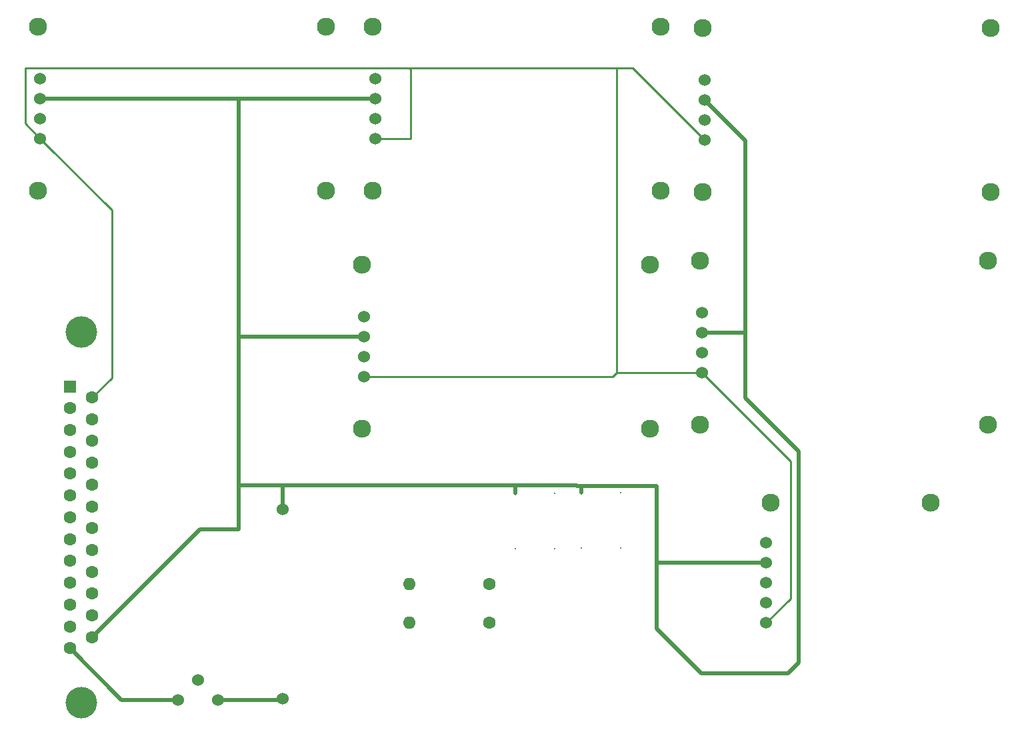
<source format=gbr>
G04 #@! TF.GenerationSoftware,KiCad,Pcbnew,(5.1.0)-1*
G04 #@! TF.CreationDate,2019-05-30T15:11:43+01:00*
G04 #@! TF.ProjectId,Eco-PCB-2,45636f2d-5043-4422-9d32-2e6b69636164,rev?*
G04 #@! TF.SameCoordinates,Original*
G04 #@! TF.FileFunction,Copper,L2,Bot*
G04 #@! TF.FilePolarity,Positive*
%FSLAX46Y46*%
G04 Gerber Fmt 4.6, Leading zero omitted, Abs format (unit mm)*
G04 Created by KiCad (PCBNEW (5.1.0)-1) date 2019-05-30 15:11:43*
%MOMM*%
%LPD*%
G04 APERTURE LIST*
%ADD10C,1.524000*%
%ADD11C,2.300000*%
%ADD12R,1.600000X1.600000*%
%ADD13C,1.600000*%
%ADD14C,4.000000*%
%ADD15C,0.300000*%
%ADD16O,1.600000X1.600000*%
%ADD17C,0.508000*%
%ADD18C,0.250000*%
G04 APERTURE END LIST*
D10*
X81296500Y-158367500D03*
X81296500Y-134367500D03*
X93061500Y-79692500D03*
X93061500Y-82232500D03*
X93061500Y-84772500D03*
X93061500Y-87312500D03*
D11*
X92773500Y-73088500D03*
X129349500Y-73088500D03*
X129349500Y-93916500D03*
X92773500Y-93916500D03*
X50228500Y-93853000D03*
X86804500Y-93853000D03*
X86804500Y-73025000D03*
X50228500Y-73025000D03*
D10*
X50516500Y-87249000D03*
X50516500Y-84709000D03*
X50516500Y-82169000D03*
X50516500Y-79629000D03*
D11*
X134620000Y-94043500D03*
X171196000Y-94043500D03*
X171196000Y-73215500D03*
X134620000Y-73215500D03*
D10*
X134908000Y-87439500D03*
X134908000Y-84899500D03*
X134908000Y-82359500D03*
X134908000Y-79819500D03*
X134590500Y-109410500D03*
X134590500Y-111950500D03*
X134590500Y-114490500D03*
X134590500Y-117030500D03*
D11*
X134302500Y-102806500D03*
X170878500Y-102806500D03*
X170878500Y-123634500D03*
X134302500Y-123634500D03*
D10*
X91664500Y-109855000D03*
X91664500Y-112395000D03*
X91664500Y-114935000D03*
X91664500Y-117475000D03*
D11*
X91376500Y-103251000D03*
X127952500Y-103251000D03*
X127952500Y-124079000D03*
X91376500Y-124079000D03*
D12*
X54292500Y-118745000D03*
D13*
X54292500Y-121515000D03*
X54292500Y-124285000D03*
X54292500Y-127055000D03*
X54292500Y-129825000D03*
X54292500Y-132595000D03*
X54292500Y-135365000D03*
X54292500Y-138135000D03*
X54292500Y-140905000D03*
X54292500Y-143675000D03*
X54292500Y-146445000D03*
X54292500Y-149215000D03*
X54292500Y-151985000D03*
X57132500Y-120130000D03*
X57132500Y-122900000D03*
X57132500Y-125670000D03*
X57132500Y-128440000D03*
X57132500Y-131210000D03*
X57132500Y-133980000D03*
X57132500Y-136750000D03*
X57132500Y-139520000D03*
X57132500Y-142290000D03*
X57132500Y-145060000D03*
X57132500Y-147830000D03*
X57132500Y-150600000D03*
D14*
X55712500Y-158915000D03*
X55712500Y-111815000D03*
D15*
X119269500Y-139270500D03*
X124269500Y-139270500D03*
X119269500Y-132270500D03*
X124269500Y-132270500D03*
X115887500Y-132334000D03*
X110887500Y-132334000D03*
X115887500Y-139334000D03*
X110887500Y-139334000D03*
D13*
X107569000Y-143827500D03*
D16*
X97409000Y-143827500D03*
X97409000Y-148780500D03*
D13*
X107569000Y-148780500D03*
D10*
X142733500Y-138620500D03*
X142733500Y-141160500D03*
X142733500Y-143700500D03*
X142733500Y-146240500D03*
D11*
X143319500Y-133540500D03*
X163639500Y-133540500D03*
D10*
X142733500Y-148780500D03*
X68008500Y-158559500D03*
X73088500Y-158559500D03*
X70548500Y-156019500D03*
D17*
X97282000Y-148907500D02*
X97409000Y-148780500D01*
X93188500Y-79819500D02*
X93061500Y-79692500D01*
X142733500Y-141160500D02*
X128778000Y-141160500D01*
X110887500Y-131365000D02*
X110887500Y-132334000D01*
X110934500Y-131318000D02*
X110887500Y-131365000D01*
X140081000Y-114490500D02*
X140081000Y-120229922D01*
X119269500Y-132270500D02*
X119269500Y-131588500D01*
X128778000Y-141160500D02*
X128778000Y-131381500D01*
X75755500Y-82232500D02*
X93061500Y-82232500D01*
X75755500Y-99314000D02*
X75755500Y-82232500D01*
X75692000Y-82169000D02*
X50516500Y-82169000D01*
X75755500Y-82232500D02*
X75692000Y-82169000D01*
X140081000Y-87532500D02*
X134908000Y-82359500D01*
X140081000Y-99314000D02*
X140081000Y-87532500D01*
X140017500Y-111950500D02*
X134590500Y-111950500D01*
X140081000Y-112014000D02*
X140017500Y-111950500D01*
X140081000Y-112014000D02*
X140081000Y-114490500D01*
X140081000Y-99314000D02*
X140081000Y-112014000D01*
X91664500Y-112395000D02*
X75755500Y-112395000D01*
X75755500Y-114871500D02*
X75755500Y-112395000D01*
X75755500Y-112395000D02*
X75755500Y-99314000D01*
X75755500Y-131318000D02*
X75755500Y-114871500D01*
X128778000Y-141160500D02*
X128778000Y-149479000D01*
X128778000Y-149479000D02*
X134493000Y-155194000D01*
X134493000Y-155194000D02*
X145478500Y-155194000D01*
X145478500Y-155194000D02*
X146812000Y-153860500D01*
X146812000Y-126960922D02*
X140081000Y-120229922D01*
X146812000Y-153860500D02*
X146812000Y-126960922D01*
X128778000Y-131381500D02*
X118681500Y-131381500D01*
X118618000Y-131318000D02*
X110934500Y-131318000D01*
X57132500Y-150600000D02*
X70826500Y-136906000D01*
X70826500Y-136906000D02*
X75755500Y-136906000D01*
X81104500Y-158559500D02*
X81296500Y-158367500D01*
X73088500Y-158559500D02*
X81104500Y-158559500D01*
X81296500Y-133289870D02*
X81280000Y-133273370D01*
X81296500Y-133289870D02*
X81296500Y-134367500D01*
X81296500Y-131428500D02*
X81407000Y-131318000D01*
X81296500Y-133289870D02*
X81296500Y-131428500D01*
X110934500Y-131318000D02*
X81407000Y-131318000D01*
X81407000Y-131318000D02*
X75755500Y-131318000D01*
X75755500Y-136906000D02*
X75755500Y-131318000D01*
D18*
X51278499Y-88010999D02*
X50516500Y-87249000D01*
X59626500Y-96359000D02*
X51278499Y-88010999D01*
X59626500Y-117636000D02*
X59626500Y-96359000D01*
X57132500Y-120130000D02*
X59626500Y-117636000D01*
X50516500Y-87249000D02*
X48641000Y-85373500D01*
X48641000Y-85373500D02*
X48641000Y-78295500D01*
X125764000Y-78295500D02*
X134908000Y-87439500D01*
X93061500Y-87312500D02*
X97599500Y-87312500D01*
X97599500Y-78486000D02*
X97409000Y-78295500D01*
X97599500Y-87312500D02*
X97599500Y-78486000D01*
X48641000Y-78295500D02*
X97409000Y-78295500D01*
X123698000Y-78295500D02*
X123698000Y-117030500D01*
X123698000Y-78295500D02*
X125764000Y-78295500D01*
X97409000Y-78295500D02*
X123698000Y-78295500D01*
X123698000Y-117030500D02*
X134590500Y-117030500D01*
X134590500Y-117030500D02*
X145796000Y-128236000D01*
X145796000Y-145718000D02*
X142733500Y-148780500D01*
X145796000Y-128236000D02*
X145796000Y-145718000D01*
X123253500Y-117475000D02*
X91664500Y-117475000D01*
X123698000Y-117030500D02*
X123253500Y-117475000D01*
D17*
X60867000Y-158559500D02*
X68008500Y-158559500D01*
X54292500Y-151985000D02*
X60867000Y-158559500D01*
M02*

</source>
